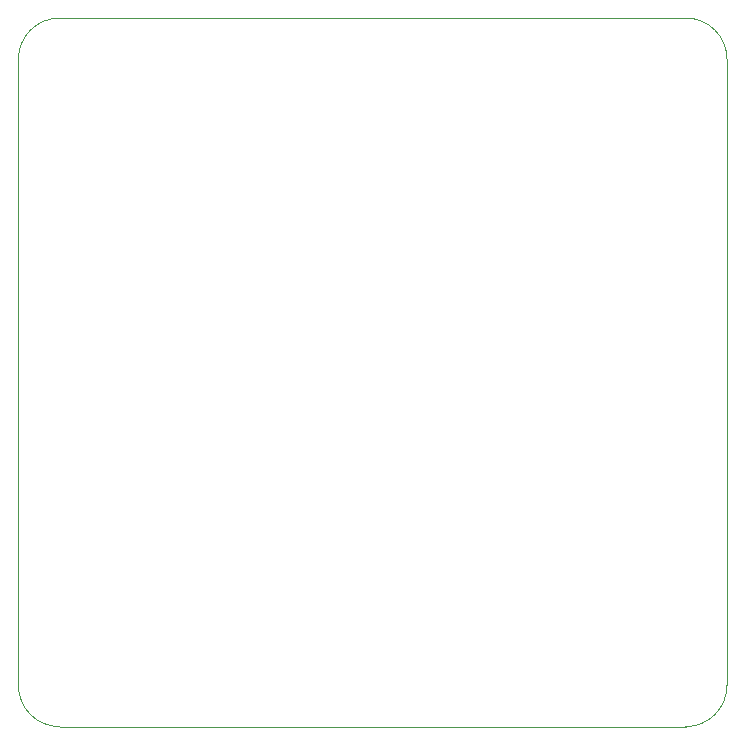
<source format=gbr>
%TF.GenerationSoftware,KiCad,Pcbnew,8.0.4*%
%TF.CreationDate,2024-08-27T17:02:55+01:00*%
%TF.ProjectId,Bottom Board,426f7474-6f6d-4204-926f-6172642e6b69,2*%
%TF.SameCoordinates,Original*%
%TF.FileFunction,Profile,NP*%
%FSLAX46Y46*%
G04 Gerber Fmt 4.6, Leading zero omitted, Abs format (unit mm)*
G04 Created by KiCad (PCBNEW 8.0.4) date 2024-08-27 17:02:55*
%MOMM*%
%LPD*%
G01*
G04 APERTURE LIST*
%TA.AperFunction,Profile*%
%ADD10C,0.100000*%
%TD*%
G04 APERTURE END LIST*
D10*
X135000000Y-96500000D02*
G75*
G02*
X131500000Y-100000000I-3500000J0D01*
G01*
X131500000Y-40000000D02*
X82500000Y-40000000D01*
X131500000Y-40000000D02*
G75*
G02*
X135000000Y-43500000I0J-3500000D01*
G01*
X135000000Y-96500000D02*
X135000000Y-43500000D01*
X75000000Y-43500000D02*
X75000000Y-96500000D01*
X131500000Y-100000000D02*
X105000000Y-100000000D01*
X78500000Y-100000000D02*
G75*
G02*
X75000000Y-96500000I0J3500000D01*
G01*
X78500000Y-100000000D02*
X105000000Y-100000000D01*
X75000000Y-43500000D02*
G75*
G02*
X78500000Y-40000000I3500000J0D01*
G01*
X82500000Y-40000000D02*
X78500000Y-40000000D01*
M02*

</source>
